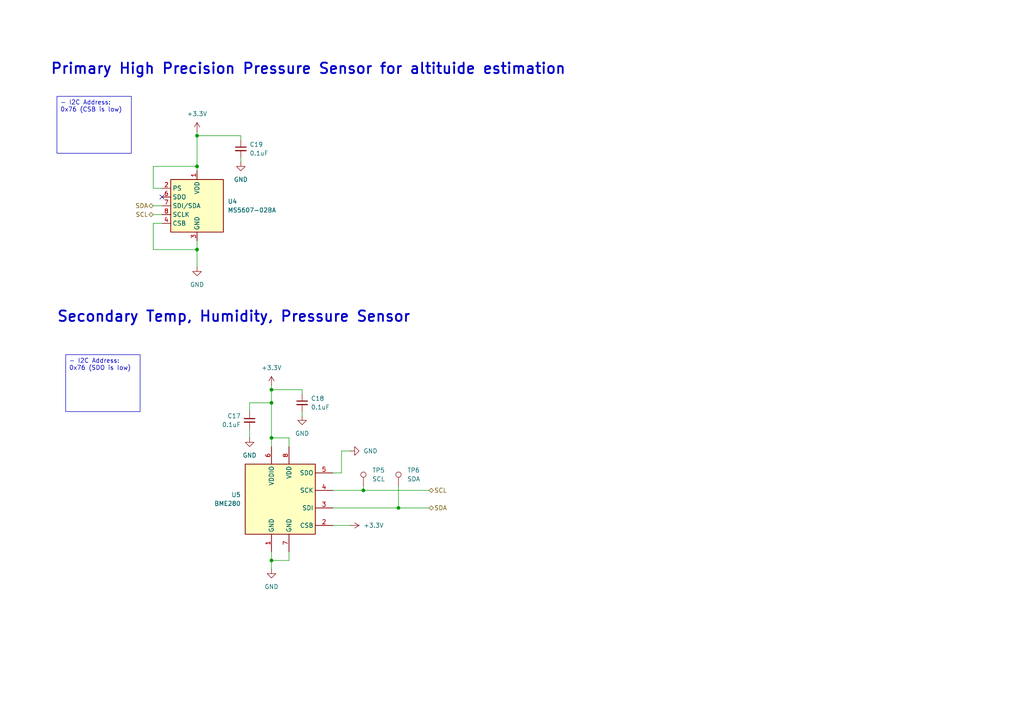
<source format=kicad_sch>
(kicad_sch (version 20250114) (generator "eeschema") (generator_version "9.0")
  (paper "A4")
  (lib_symbols
    (symbol "Connector:TestPoint" (pin_numbers (hide yes)) (pin_names (offset 0.762) (hide yes))
      (property "Reference" "TP" (at 0 6.858 0))
      (property "Value" "TestPoint" (at 0 5.08 0))
      (symbol "TestPoint_0_1"
        (circle (center 0 3.302) (radius 0.762))
      )
      (symbol "TestPoint_1_1"
        (pin passive line (at 0 0 90) (length 2.54) (name "1") (number "1"))
      )
    )
    (symbol "Device:C_Small" (pin_numbers (hide yes)) (pin_names (offset 0.254) (hide yes))
      (property "Reference" "C" (at 0.254 1.778 0))
      (property "Value" "C_Small" (at 0.254 -2.032 0))
      (symbol "C_Small_0_1"
        (polyline (pts (xy -1.524 0.508) (xy 1.524 0.508)) (stroke (width 0.3048)))
        (polyline (pts (xy -1.524 -0.508) (xy 1.524 -0.508)) (stroke (width 0.3302)))
      )
      (symbol "C_Small_1_1"
        (pin passive line (at 0 2.54 270) (length 2.032) (name "~") (number "1"))
        (pin passive line (at 0 -2.54 90) (length 2.032) (name "~") (number "2"))
      )
    )
    (symbol "Sensor:BME280"
      (property "Reference" "U" (at -8.89 11.43 0))
      (property "Value" "BME280" (at 7.62 11.43 0))
      (symbol "BME280_0_1"
        (rectangle (start -10.16 10.16) (end 10.16 -10.16) (stroke (width 0.254)) (fill (type background)))
      )
      (symbol "BME280_1_1"
        (pin power_in line (at -2.54 15.24 270) (length 5.08) (name "VDDIO") (number "6"))
        (pin power_in line (at -2.54 -15.24 90) (length 5.08) (name "GND") (number "1"))
        (pin power_in line (at 2.54 15.24 270) (length 5.08) (name "VDD") (number "8"))
        (pin power_in line (at 2.54 -15.24 90) (length 5.08) (name "GND") (number "7"))
        (pin bidirectional line (at 15.24 7.62 180) (length 5.08) (name "SDO") (number "5"))
        (pin input line (at 15.24 2.54 180) (length 5.08) (name "SCK") (number "4"))
        (pin bidirectional line (at 15.24 -2.54 180) (length 5.08) (name "SDI") (number "3"))
        (pin input line (at 15.24 -7.62 180) (length 5.08) (name "CSB") (number "2"))
      )
    )
    (symbol "Sensor_Pressure:MS5607-02BA"
      (property "Reference" "U" (at -6.35 8.89 0))
      (property "Value" "MS5607-02BA" (at 7.62 8.89 0))
      (symbol "MS5607-02BA_0_1"
        (rectangle (start -7.62 7.62) (end 7.62 -7.62) (stroke (width 0.254)) (fill (type background)))
      )
      (symbol "MS5607-02BA_1_1"
        (pin input line (at -10.16 5.08 0) (length 2.54) (name "PS") (number "2"))
        (pin output line (at -10.16 2.54 0) (length 2.54) (name "SDO") (number "6"))
        (pin bidirectional line (at -10.16 0 0) (length 2.54) (name "SDI/SDA") (number "7"))
        (pin input line (at -10.16 -2.54 0) (length 2.54) (name "SCLK") (number "8"))
        (pin input line (at -10.16 -5.08 0) (length 2.54) (name "CSB") (number "4"))
        (pin input line (at -10.16 -5.08 0) (length 2.54) (hide yes) (name "CSB") (number "5"))
        (pin power_in line (at 0 10.16 270) (length 2.54) (name "VDD") (number "1"))
        (pin power_in line (at 0 -10.16 90) (length 2.54) (name "GND") (number "3"))
      )
    )
    (symbol "power:+3.3V" (power) (pin_numbers (hide yes)) (pin_names (offset 0) (hide yes))
      (property "Value" "+3.3V" (at 0 3.556 0))
      (symbol "+3.3V_0_1"
        (polyline (pts (xy -0.762 1.27) (xy 0 2.54)))
        (polyline (pts (xy 0 2.54) (xy 0.762 1.27)))
        (polyline (pts (xy 0 0) (xy 0 2.54)))
      )
      (symbol "+3.3V_1_1"
        (pin power_in line (at 0 0 90) (length 0) (name "~") (number "1"))
      )
    )
    (symbol "power:GND" (power) (pin_numbers (hide yes)) (pin_names (offset 0) (hide yes))
      (property "Value" "GND" (at 0 -3.81 0))
      (symbol "GND_0_1"
        (polyline (pts (xy 0 0) (xy 0 -1.27) (xy 1.27 -1.27) (xy 0 -2.54) (xy -1.27 -1.27) (xy 0 -1.27)))
      )
      (symbol "GND_1_1"
        (pin power_in line (at 0 0 270) (length 0) (name "~") (number "1"))
      )
    )
  )
  (text "Secondary Temp, Humidity, Pressure Sensor" (at 67.818 91.948 0) (effects (font (size 3.048 3.048) (thickness 0.508) (bold yes))))
  (text "Primary High Precision Pressure Sensor for altituide estimation" (at 89.408 20.066 0) (effects (font (size 3.048 3.048) (thickness 0.508) (bold yes))))
  (text_box "- I2C Address: 0x76 (SDO is low)" (at 19.05 102.87 0) (size 21.59 16.51) (margins 0.9525 0.9525 0.9525 0.9525) (effects (font (size 1.27 1.27)) (justify left top)))
  (text_box "- I2C Address: 0x76 (CSB is low)" (at 16.51 27.94 0) (size 21.59 16.51) (margins 0.9525 0.9525 0.9525 0.9525) (effects (font (size 1.27 1.27)) (justify left top)))
  (junction (at 115.57 147.32))
  (junction (at 78.74 113.03))
  (junction (at 105.41 142.24))
  (junction (at 78.74 127))
  (junction (at 78.74 162.56))
  (junction (at 57.15 48.26))
  (junction (at 78.74 116.84))
  (junction (at 57.15 39.37))
  (junction (at 57.15 72.39))
  (no_connect (at 46.99 57.15))
  (wire (pts (xy 96.52 152.4) (xy 101.6 152.4)))
  (wire (pts (xy 46.99 54.61) (xy 44.45 54.61)))
  (wire (pts (xy 96.52 137.16) (xy 99.06 137.16)))
  (wire (pts (xy 87.63 119.38) (xy 87.63 120.65)))
  (wire (pts (xy 57.15 69.85) (xy 57.15 72.39)))
  (wire (pts (xy 46.99 64.77) (xy 44.45 64.77)))
  (wire (pts (xy 83.82 162.56) (xy 83.82 160.02)))
  (wire (pts (xy 44.45 62.23) (xy 46.99 62.23)))
  (wire (pts (xy 83.82 127) (xy 83.82 129.54)))
  (wire (pts (xy 57.15 38.1) (xy 57.15 39.37)))
  (wire (pts (xy 44.45 59.69) (xy 46.99 59.69)))
  (wire (pts (xy 96.52 147.32) (xy 115.57 147.32)))
  (wire (pts (xy 69.85 40.64) (xy 69.85 39.37)))
  (wire (pts (xy 69.85 45.72) (xy 69.85 46.99)))
  (wire (pts (xy 72.39 116.84) (xy 78.74 116.84)))
  (wire (pts (xy 78.74 116.84) (xy 78.74 127)))
  (wire (pts (xy 78.74 162.56) (xy 83.82 162.56)))
  (wire (pts (xy 57.15 39.37) (xy 69.85 39.37)))
  (wire (pts (xy 87.63 114.3) (xy 87.63 113.03)))
  (wire (pts (xy 99.06 130.81) (xy 99.06 137.16)))
  (wire (pts (xy 57.15 39.37) (xy 57.15 48.26)))
  (wire (pts (xy 44.45 48.26) (xy 57.15 48.26)))
  (wire (pts (xy 78.74 113.03) (xy 78.74 116.84)))
  (wire (pts (xy 78.74 111.76) (xy 78.74 113.03)))
  (wire (pts (xy 78.74 162.56) (xy 78.74 165.1)))
  (wire (pts (xy 87.63 113.03) (xy 78.74 113.03)))
  (wire (pts (xy 96.52 142.24) (xy 105.41 142.24)))
  (wire (pts (xy 44.45 64.77) (xy 44.45 72.39)))
  (wire (pts (xy 72.39 119.38) (xy 72.39 116.84)))
  (wire (pts (xy 105.41 142.24) (xy 124.46 142.24)))
  (wire (pts (xy 72.39 124.46) (xy 72.39 127)))
  (wire (pts (xy 115.57 147.32) (xy 124.46 147.32)))
  (wire (pts (xy 105.41 140.97) (xy 105.41 142.24)))
  (wire (pts (xy 78.74 127) (xy 78.74 129.54)))
  (wire (pts (xy 101.6 130.81) (xy 99.06 130.81)))
  (wire (pts (xy 78.74 127) (xy 83.82 127)))
  (wire (pts (xy 44.45 54.61) (xy 44.45 48.26)))
  (wire (pts (xy 57.15 48.26) (xy 57.15 49.53)))
  (wire (pts (xy 44.45 72.39) (xy 57.15 72.39)))
  (wire (pts (xy 78.74 160.02) (xy 78.74 162.56)))
  (wire (pts (xy 57.15 72.39) (xy 57.15 77.47)))
  (wire (pts (xy 115.57 140.97) (xy 115.57 147.32)))
  (hierarchical_label "SCL" (shape bidirectional) (at 124.46 142.24 0))
  (hierarchical_label "SCL" (shape bidirectional) (at 44.45 62.23 180))
  (hierarchical_label "SDA" (shape bidirectional) (at 124.46 147.32 0))
  (hierarchical_label "SDA" (shape bidirectional) (at 44.45 59.69 180))
  (symbol (lib_id "power:+3.3V") (at 78.74 111.76 0) (unit 1)
    (property "Reference" "#PWR048" (effects (hide yes)))
    (property "Value" "+3.3V" (at 78.74 106.68 0))
    (property "Description" "Power symbol creates a global label with name \"+3.3V\"" (effects (hide yes)))
    (instances (project "can_datalogger_board" (path "" (reference "#PWR048") (unit 1))) (project "can_datalogger_board" (path "" (reference "#PWR058") (unit 1))))
  )
  (symbol (lib_id "power:+3.3V") (at 101.6 152.4 270) (unit 1)
    (property "Reference" "#PWR042" (effects (hide yes)))
    (property "Value" "+3.3V" (at 105.41 152.3999 90) (effects (justify left)))
    (property "Description" "Power symbol creates a global label with name \"+3.3V\"" (effects (hide yes)))
  )
  (symbol (lib_id "Sensor_Pressure:MS5607-02BA") (at 57.15 59.69 0) (unit 1)
    (property "Reference" "U4" (at 66.04 58.4199 0) (effects (justify left)))
    (property "Value" "MS5607-02BA" (at 66.04 60.9599 0) (effects (justify left)))
    (property "Footprint" "Package_LGA:LGA-8_3x5mm_P1.25mm" (effects (hide yes)))
    (property "Datasheet" "https://www.te.com/commerce/DocumentDelivery/DDEController?Action=showdoc&DocId=Data+Sheet%7FMS5607-02BA03%7FB2%7Fpdf%7FEnglish%7FENG_DS_MS5607-02BA03_B2.pdf%7FCAT-BLPS0035" (effects (hide yes)))
    (property "Description" "Barometric pressure sensor, 20cm resolution, 10 to 1200 mbar, I2C and SPI interface up to 20MHz, LGA-8" (effects (hide yes)))
  )
  (symbol (lib_id "Device:C_Small") (at 69.85 43.18 0) (unit 1)
    (property "Reference" "C19" (at 72.39 41.9162 0) (effects (justify left)))
    (property "Value" "0.1uF" (at 72.39 44.4562 0) (effects (justify left)))
    (property "Footprint" "Capacitor_SMD:C_0603_1608Metric" (effects (hide yes)))
    (property "Description" "Unpolarized capacitor, small symbol" (effects (hide yes)))
  )
  (symbol (lib_id "power:+3.3V") (at 57.15 38.1 0) (unit 1)
    (property "Reference" "#PWR045" (effects (hide yes)))
    (property "Value" "+3.3V" (at 57.15 33.02 0))
    (property "Description" "Power symbol creates a global label with name \"+3.3V\"" (effects (hide yes)))
  )
  (symbol (lib_id "power:GND") (at 69.85 46.99 0) (unit 1)
    (property "Reference" "#PWR047" (effects (hide yes)))
    (property "Value" "GND" (at 69.85 52.07 0))
    (property "Description" "Power symbol creates a global label with name \"GND\" , ground" (effects (hide yes)))
  )
  (symbol (lib_id "Device:C_Small") (at 87.63 116.84 0) (unit 1)
    (property "Reference" "C18" (at 90.17 115.5762 0) (effects (justify left)))
    (property "Value" "0.1uF" (at 90.17 118.1162 0) (effects (justify left)))
    (property "Footprint" "Capacitor_SMD:C_0603_1608Metric" (effects (hide yes)))
    (property "Description" "Unpolarized capacitor, small symbol" (effects (hide yes)))
    (instances (project "can_datalogger_board" (path "" (reference "C18") (unit 1))) (project "can_datalogger_board" (path "" (reference "C17") (unit 1))))
  )
  (symbol (lib_id "Sensor:BME280") (at 81.28 144.78 0) (unit 1)
    (property "Reference" "U5" (at 69.85 143.5099 0) (effects (justify right)))
    (property "Value" "BME280" (at 69.85 146.0499 0) (effects (justify right)))
    (property "Footprint" "Package_LGA:Bosch_LGA-8_2.5x2.5mm_P0.65mm_ClockwisePinNumbering" (effects (hide yes)))
    (property "Datasheet" "https://www.bosch-sensortec.com/media/boschsensortec/downloads/datasheets/bst-bme280-ds002.pdf" (effects (hide yes)))
    (property "Description" "3-in-1 sensor, humidity, pressure, temperature, I2C and SPI interface, 1.71-3.6V, LGA-8" (effects (hide yes)))
    (instances (project "can_datalogger_board" (path "" (reference "U5") (unit 1))) (project "can_datalogger_board" (path "" (reference "U8") (unit 1))))
  )
  (symbol (lib_id "power:GND") (at 78.74 165.1 0) (unit 1)
    (property "Reference" "#PWR049" (effects (hide yes)))
    (property "Value" "GND" (at 78.74 170.18 0))
    (property "Description" "Power symbol creates a global label with name \"GND\" , ground" (effects (hide yes)))
    (instances (project "can_datalogger_board" (path "" (reference "#PWR049") (unit 1))) (project "can_datalogger_board" (path "" (reference "#PWR059") (unit 1))))
  )
  (symbol (lib_id "Device:C_Small") (at 72.39 121.92 0) (mirror y) (unit 1)
    (property "Reference" "C17" (at 69.85 120.6562 0) (effects (justify left)))
    (property "Value" "0.1uF" (at 69.85 123.1962 0) (effects (justify left)))
    (property "Footprint" "Capacitor_SMD:C_0603_1608Metric" (effects (hide yes)))
    (property "Description" "Unpolarized capacitor, small symbol" (effects (hide yes)))
    (instances (project "can_datalogger_board" (path "" (reference "C17") (unit 1))) (project "can_datalogger_board" (path "" (reference "C16") (unit 1))))
  )
  (symbol (lib_id "Connector:TestPoint") (at 105.41 140.97 0) (unit 1)
    (property "Reference" "TP5" (at 107.95 136.3979 0) (effects (justify left)))
    (property "Value" "SCL" (at 107.95 138.9379 0) (effects (justify left)))
    (property "Footprint" "TestPoint:TestPoint_Pad_D2.0mm" (effects (hide yes)))
    (property "Description" "test point" (effects (hide yes)))
    (instances (project "" (path "" (reference "TP5") (unit 1))) (project "" (path "" (reference "TP9") (unit 1))))
  )
  (symbol (lib_id "power:GND") (at 72.39 127 0) (unit 1)
    (property "Reference" "#PWR043" (effects (hide yes)))
    (property "Value" "GND" (at 72.39 132.08 0))
    (property "Description" "Power symbol creates a global label with name \"GND\" , ground" (effects (hide yes)))
    (instances (project "can_datalogger_board" (path "" (reference "#PWR043") (unit 1))) (project "can_datalogger_board" (path "" (reference "#PWR056") (unit 1))))
  )
  (symbol (lib_id "power:GND") (at 57.15 77.47 0) (unit 1)
    (property "Reference" "#PWR046" (effects (hide yes)))
    (property "Value" "GND" (at 57.15 82.55 0))
    (property "Description" "Power symbol creates a global label with name \"GND\" , ground" (effects (hide yes)))
  )
  (symbol (lib_id "power:GND") (at 87.63 120.65 0) (unit 1)
    (property "Reference" "#PWR044" (effects (hide yes)))
    (property "Value" "GND" (at 87.63 125.73 0))
    (property "Description" "Power symbol creates a global label with name \"GND\" , ground" (effects (hide yes)))
    (instances (project "can_datalogger_board" (path "" (reference "#PWR044") (unit 1))) (project "can_datalogger_board" (path "" (reference "#PWR057") (unit 1))))
  )
  (symbol (lib_id "power:GND") (at 101.6 130.81 90) (unit 1)
    (property "Reference" "#PWR071" (effects (hide yes)))
    (property "Value" "GND" (at 105.41 130.8099 90) (effects (justify right)))
    (property "Description" "Power symbol creates a global label with name \"GND\" , ground" (effects (hide yes)))
  )
  (symbol (lib_id "Connector:TestPoint") (at 115.57 140.97 0) (unit 1)
    (property "Reference" "TP6" (at 118.11 136.3979 0) (effects (justify left)))
    (property "Value" "SDA" (at 118.11 138.9379 0) (effects (justify left)))
    (property "Footprint" "TestPoint:TestPoint_Pad_D2.0mm" (effects (hide yes)))
    (property "Description" "test point" (effects (hide yes)))
    (instances (project "can_datalogger_board" (path "" (reference "TP6") (unit 1))) (project "can_datalogger_board" (path "" (reference "TP10") (unit 1))))
  )
)
</source>
